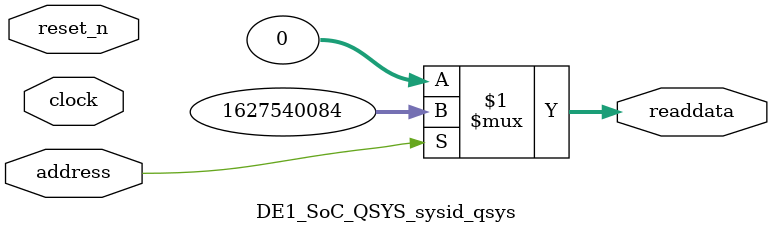
<source format=v>



// synthesis translate_off
`timescale 1ns / 1ps
// synthesis translate_on

// turn off superfluous verilog processor warnings 
// altera message_level Level1 
// altera message_off 10034 10035 10036 10037 10230 10240 10030 

module DE1_SoC_QSYS_sysid_qsys (
               // inputs:
                address,
                clock,
                reset_n,

               // outputs:
                readdata
             )
;

  output  [ 31: 0] readdata;
  input            address;
  input            clock;
  input            reset_n;

  wire    [ 31: 0] readdata;
  //control_slave, which is an e_avalon_slave
  assign readdata = address ? 1627540084 : 0;

endmodule



</source>
